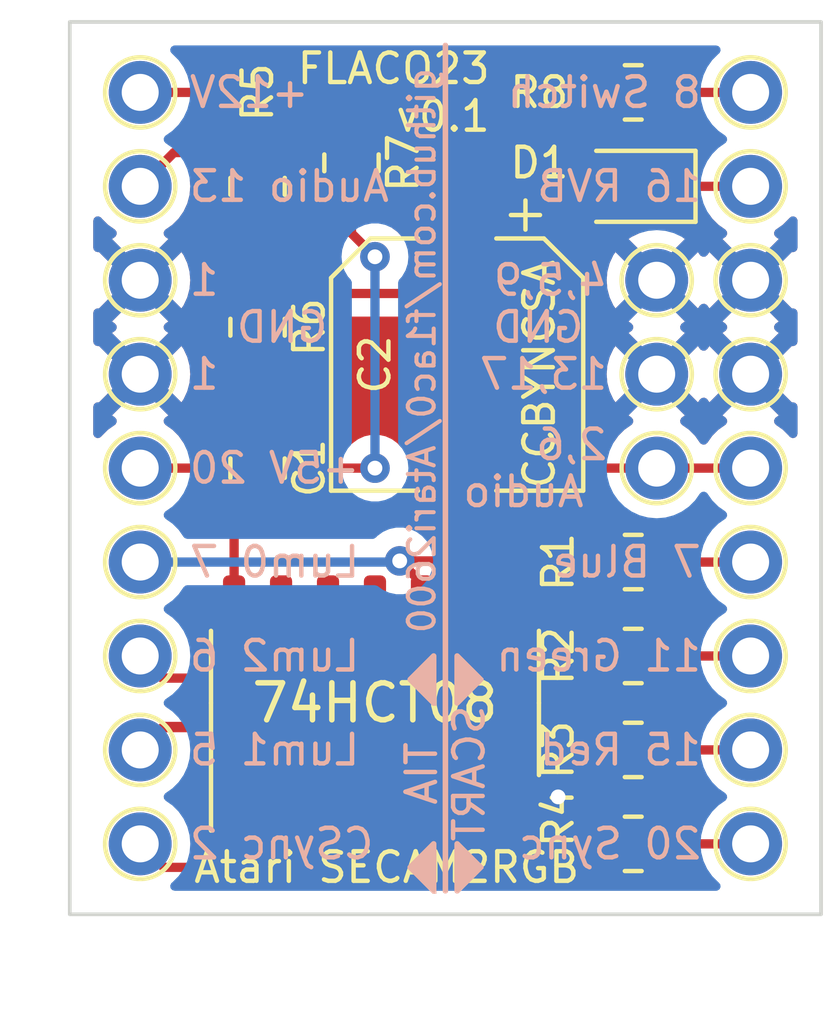
<source format=kicad_pcb>
(kicad_pcb (version 20221018) (generator pcbnew)
  (title_block (title "Atari 2600 SECAM to RGB") (date "2023-11-05") (rev "0.1") (company "FLACO 2023, CC-BY-NC-SA") (comment 1 "Version personnelle CMS de http://eddystoys.blogspot.com/2014/08/atari-2600.html"))
  (layers (0 "F.Cu" signal) (31 "B.Cu" signal) (34 "B.Paste" user) (35 "F.Paste" user) (36 "B.SilkS" user "B.Silkscreen") (37 "F.SilkS" user "F.Silkscreen") (38 "B.Mask" user) (39 "F.Mask" user) (44 "Edge.Cuts" user))
  (net 0 "")
  (net 1 "+5V")
  (net 2 "GND")
  (net 3 "Net-(C2-Pad1)")
  (net 4 "/Audio")
  (net 5 "/RVB")
  (net 6 "Net-(R1-Pad1)")
  (net 7 "/Blue")
  (net 8 "Net-(R2-Pad1)")
  (net 9 "/Green")
  (net 10 "Net-(R3-Pad1)")
  (net 11 "/Red")
  (net 12 "Net-(R4-Pad1)")
  (net 13 "/Sync")
  (net 14 "/TIA_Audio")
  (net 15 "+12V")
  (net 16 "/TIA_Lum0")
  (net 17 "/TIA_Lum1")
  (net 18 "/TIA_CSync")
  (net 19 "/TIA_Lum2")
  (net 20 "Net-(R8-Pad2)")
  (footprint "Sassa:TestPoint_THTPad_D1.7mm_Drill1.0mm" (layer "F.Cu") (at 159.385 81.28)
    (fp_text reference "TP12" hide)
    (fp_text value "TIA_Green")
    (fp_circle (center 0 0) (end 0 0.95) (stroke (width 0.12)) (fill none) (layer "F.SilkS"))
    (pad "1" thru_hole circle (at 0 0) (size 1.7 1.7) (drill 1) (layers "*.Cu" "*.Mask") (net 19 "/TIA_Lum2"))
  )
  (footprint "Sassa:TestPoint_THTPad_D1.7mm_Drill1.0mm" (layer "F.Cu") (at 159.385 66.04)
    (fp_text reference "TP17" hide)
    (fp_text value "12V")
    (fp_circle (center 0 0) (end 0 0.95) (stroke (width 0.12)) (fill none) (layer "F.SilkS"))
    (pad "1" thru_hole circle (at 0 0) (size 1.7 1.7) (drill 1) (layers "*.Cu" "*.Mask") (net 15 "+12V"))
  )
  (footprint "Sassa:TestPoint_THTPad_D1.7mm_Drill1.0mm" (layer "F.Cu") (at 175.895 83.82)
    (fp_text reference "TP3" hide)
    (fp_text value "Red")
    (fp_circle (center 0 0) (end 0 0.95) (stroke (width 0.12)) (fill none) (layer "F.SilkS"))
    (pad "1" thru_hole circle (at 0 0) (size 1.7 1.7) (drill 1) (layers "*.Cu" "*.Mask") (net 11 "/Red"))
  )
  (footprint "Resistor_SMD:R_0805_2012Metric" (layer "F.Cu") (at 162.56 68.58 -90)
    (fp_text reference "R5" (at -2.54 0 90 unlocked) (layer "F.SilkS") (effects (font (size 0.8 0.8) (thickness 0.12))))
    (fp_text value "1k")
    (fp_line (start -0.227064 -0.735) (end 0.227064 -0.735) (stroke (width 0.12)) (layer "F.SilkS"))
    (fp_line (start -0.227064 0.735) (end 0.227064 0.735) (stroke (width 0.12)) (layer "F.SilkS"))
    (pad "1" smd roundrect (at -0.9125 0 270) (size 1.025 1.4) (layers "F.Cu" "F.Paste" "F.Mask") (roundrect_rratio 0.243902) (net 14 "/TIA_Audio"))
    (pad "2" smd roundrect (at 0.9125 0 270) (size 1.025 1.4) (layers "F.Cu" "F.Paste" "F.Mask") (roundrect_rratio 0.243902) (net 3 "Net-(C2-Pad1)"))
  )
  (footprint "Resistor_SMD:R_0805_2012Metric" (layer "F.Cu") (at 165.1 67.945 90)
    (fp_text reference "R7" (at 0 1.397 90 unlocked) (layer "F.SilkS") (effects (font (size 0.8 0.8) (thickness 0.12))))
    (fp_text value "470")
    (fp_line (start -0.227064 -0.735) (end 0.227064 -0.735) (stroke (width 0.12)) (layer "F.SilkS"))
    (fp_line (start -0.227064 0.735) (end 0.227064 0.735) (stroke (width 0.12)) (layer "F.SilkS"))
    (pad "1" smd roundrect (at -0.9125 0 90) (size 1.025 1.4) (layers "F.Cu" "F.Paste" "F.Mask") (roundrect_rratio 0.243902) (net 1 "+5V"))
    (pad "2" smd roundrect (at 0.9125 0 90) (size 1.025 1.4) (layers "F.Cu" "F.Paste" "F.Mask") (roundrect_rratio 0.243902) (net 5 "/RVB"))
  )
  (footprint "Sassa:TestPoint_THTPad_D1.7mm_Drill1.0mm" (layer "F.Cu") (at 159.385 71.12)
    (fp_text reference "TP18" hide)
    (fp_text value "GND")
    (fp_circle (center 0 0) (end 0 0.95) (stroke (width 0.12)) (fill none) (layer "F.SilkS"))
    (pad "1" thru_hole circle (at 0 0) (size 1.7 1.7) (drill 1) (layers "*.Cu" "*.Mask") (net 2 "GND"))
  )
  (footprint "Resistor_SMD:R_0805_2012Metric" (layer "F.Cu") (at 162.56 72.39 90)
    (fp_text reference "R6" (at 0 1.397 90 unlocked) (layer "F.SilkS") (effects (font (size 0.8 0.8) (thickness 0.12))))
    (fp_text value "1k")
    (fp_line (start -0.227064 -0.735) (end 0.227064 -0.735) (stroke (width 0.12)) (layer "F.SilkS"))
    (fp_line (start -0.227064 0.735) (end 0.227064 0.735) (stroke (width 0.12)) (layer "F.SilkS"))
    (pad "1" smd roundrect (at -0.9125 0 90) (size 1.025 1.4) (layers "F.Cu" "F.Paste" "F.Mask") (roundrect_rratio 0.243902) (net 2 "GND"))
    (pad "2" smd roundrect (at 0.9125 0 90) (size 1.025 1.4) (layers "F.Cu" "F.Paste" "F.Mask") (roundrect_rratio 0.243902) (net 3 "Net-(C2-Pad1)"))
  )
  (footprint "Resistor_SMD:R_0805_2012Metric" (layer "F.Cu") (at 172.72 86.36)
    (fp_text reference "R4" (at -2.032 -0.6985 90 unlocked) (layer "F.SilkS") (effects (font (size 0.8 0.8) (thickness 0.12))))
    (fp_text value "470")
    (fp_line (start -0.227064 -0.735) (end 0.227064 -0.735) (stroke (width 0.12)) (layer "F.SilkS"))
    (fp_line (start -0.227064 0.735) (end 0.227064 0.735) (stroke (width 0.12)) (layer "F.SilkS"))
    (pad "1" smd roundrect (at -0.9125 0) (size 1.025 1.4) (layers "F.Cu" "F.Paste" "F.Mask") (roundrect_rratio 0.243902) (net 12 "Net-(R4-Pad1)"))
    (pad "2" smd roundrect (at 0.9125 0) (size 1.025 1.4) (layers "F.Cu" "F.Paste" "F.Mask") (roundrect_rratio 0.243902) (net 13 "/Sync"))
  )
  (footprint "Sassa:TestPoint_THTPad_D1.7mm_Drill1.0mm" (layer "F.Cu") (at 159.385 83.82)
    (fp_text reference "TP13" hide)
    (fp_text value "TIA_Red")
    (fp_circle (center 0 0) (end 0 0.95) (stroke (width 0.12)) (fill none) (layer "F.SilkS"))
    (pad "1" thru_hole circle (at 0 0) (size 1.7 1.7) (drill 1) (layers "*.Cu" "*.Mask") (net 17 "/TIA_Lum1"))
  )
  (footprint "Sassa:TestPoint_THTPad_D1.7mm_Drill1.0mm" (layer "F.Cu") (at 159.385 76.2)
    (fp_text reference "TP16" hide)
    (fp_text value "5V")
    (fp_circle (center 0 0) (end 0 0.95) (stroke (width 0.12)) (fill none) (layer "F.SilkS"))
    (pad "1" thru_hole circle (at 0 0) (size 1.7 1.7) (drill 1) (layers "*.Cu" "*.Mask") (net 1 "+5V"))
  )
  (footprint "Sassa:TestPoint_THTPad_D1.7mm_Drill1.0mm" (layer "F.Cu") (at 159.385 68.58)
    (fp_text reference "TP15" hide)
    (fp_text value "TIA_Audio")
    (fp_circle (center 0 0) (end 0 0.95) (stroke (width 0.12)) (fill none) (layer "F.SilkS"))
    (pad "1" thru_hole circle (at 0 0) (size 1.7 1.7) (drill 1) (layers "*.Cu" "*.Mask") (net 14 "/TIA_Audio"))
  )
  (footprint "Sassa:TestPoint_THTPad_D1.7mm_Drill1.0mm" (layer "F.Cu") (at 159.385 78.74)
    (fp_text reference "TP11" hide)
    (fp_text value "TIA_Blue")
    (fp_circle (center 0 0) (end 0 0.95) (stroke (width 0.12)) (fill none) (layer "F.SilkS"))
    (pad "1" thru_hole circle (at 0 0) (size 1.7 1.7) (drill 1) (layers "*.Cu" "*.Mask") (net 16 "/TIA_Lum0"))
  )
  (footprint "Capacitor_SMD:C_0805_2012Metric" (layer "F.Cu") (at 162.56 76.2 90)
    (fp_text reference "C1" (at 0 1.397 90 unlocked) (layer "F.SilkS") (effects (font (size 0.8 0.8) (thickness 0.12))))
    (fp_text value "100nF")
    (fp_line (start -0.261252 -0.735) (end 0.261252 -0.735) (stroke (width 0.12)) (layer "F.SilkS"))
    (fp_line (start -0.261252 0.735) (end 0.261252 0.735) (stroke (width 0.12)) (layer "F.SilkS"))
    (pad "1" smd roundrect (at -0.95 0 90) (size 1 1.45) (layers "F.Cu" "F.Paste" "F.Mask") (net 1 "+5V"))
    (pad "2" smd roundrect (at 0.95 0 90) (size 1 1.45) (layers "F.Cu" "F.Paste" "F.Mask") (net 2 "GND"))
  )
  (footprint "Sassa:TestPoint_THTPad_D1.7mm_Drill1.0mm" (layer "F.Cu") (at 159.385 86.36)
    (fp_text reference "TP14" hide)
    (fp_text value "TIA_CSync")
    (fp_circle (center 0 0) (end 0 0.95) (stroke (width 0.12)) (fill none) (layer "F.SilkS"))
    (pad "1" thru_hole circle (at 0 0) (size 1.7 1.7) (drill 1) (layers "*.Cu" "*.Mask") (net 18 "/TIA_CSync"))
  )
  (footprint "Sassa:TestPoint_THTPad_D1.7mm_Drill1.0mm" (layer "F.Cu") (at 173.355 71.12)
    (fp_text reference "TP10" hide)
    (fp_text value "GND")
    (fp_circle (center 0 0) (end 0 0.95) (stroke (width 0.12)) (fill none) (layer "F.SilkS"))
    (pad "1" thru_hole circle (at 0 0) (size 1.7 1.7) (drill 1) (layers "*.Cu" "*.Mask") (net 2 "GND"))
  )
  (footprint "Sassa:TestPoint_THTPad_D1.7mm_Drill1.0mm" (layer "F.Cu") (at 175.895 76.2)
    (fp_text reference "TP5" hide)
    (fp_text value "Audio")
    (fp_circle (center 0 0) (end 0 0.95) (stroke (width 0.12)) (fill none) (layer "F.SilkS"))
    (pad "1" thru_hole circle (at 0 0) (size 1.7 1.7) (drill 1) (layers "*.Cu" "*.Mask") (net 4 "/Audio"))
  )
  (footprint "Sassa:TestPoint_THTPad_D1.7mm_Drill1.0mm" (layer "F.Cu") (at 173.355 76.2)
    (fp_text reference "TP6" hide)
    (fp_text value "Audio")
    (fp_circle (center 0 0) (end 0 0.95) (stroke (width 0.12)) (fill none) (layer "F.SilkS"))
    (pad "1" thru_hole circle (at 0 0) (size 1.7 1.7) (drill 1) (layers "*.Cu" "*.Mask") (net 4 "/Audio"))
  )
  (footprint "Sassa:TestPoint_THTPad_D1.7mm_Drill1.0mm" (layer "F.Cu") (at 175.895 66.04)
    (fp_text reference "TP8" hide)
    (fp_text value "CL")
    (fp_circle (center 0 0) (end 0 0.95) (stroke (width 0.12)) (fill none) (layer "F.SilkS"))
    (pad "1" thru_hole circle (at 0 0) (size 1.7 1.7) (drill 1) (layers "*.Cu" "*.Mask") (net 20 "Net-(R8-Pad2)"))
  )
  (footprint "Capacitor_SMD:CP_Elec_6.3x5.4" (layer "F.Cu") (at 167.9575 73.4 -90)
    (fp_text reference "C2" (at 0 2.2225 90 unlocked) (layer "F.SilkS") (effects (font (size 0.8 0.8) (thickness 0.12))))
    (fp_text value "47uF 6.3V")
    (fp_line (start -4.4375 -1.8475) (end -3.65 -1.8475) (stroke (width 0.12)) (layer "F.SilkS"))
    (fp_line (start -4.04375 -2.24125) (end -4.04375 -1.45375) (stroke (width 0.12)) (layer "F.SilkS"))
    (fp_line (start -3.41 -2.345563) (end -3.41 -1.06) (stroke (width 0.12)) (layer "F.SilkS"))
    (fp_line (start -3.41 -2.345563) (end -2.345563 -3.41) (stroke (width 0.12)) (layer "F.SilkS"))
    (fp_line (start -3.41 2.345563) (end -3.41 1.06) (stroke (width 0.12)) (layer "F.SilkS"))
    (fp_line (start -3.41 2.345563) (end -2.345563 3.41) (stroke (width 0.12)) (layer "F.SilkS"))
    (fp_line (start -2.345563 -3.41) (end 3.41 -3.41) (stroke (width 0.12)) (layer "F.SilkS"))
    (fp_line (start -2.345563 3.41) (end 3.41 3.41) (stroke (width 0.12)) (layer "F.SilkS"))
    (fp_line (start 3.41 -3.41) (end 3.41 -1.06) (stroke (width 0.12)) (layer "F.SilkS"))
    (fp_line (start 3.41 3.41) (end 3.41 1.06) (stroke (width 0.12)) (layer "F.SilkS"))
    (pad "1" smd roundrect (at -2.8 0 270) (size 3.5 1.6) (layers "F.Cu" "F.Paste" "F.Mask") (roundrect_rratio 0.15625) (net 3 "Net-(C2-Pad1)"))
    (pad "2" smd roundrect (at 2.8 0 270) (size 3.5 1.6) (layers "F.Cu" "F.Paste" "F.Mask") (roundrect_rratio 0.15625) (net 4 "/Audio"))
  )
  (footprint "Resistor_SMD:R_0805_2012Metric" (layer "F.Cu") (at 172.72 83.82)
    (fp_text reference "R3" (at -2.032 0 90 unlocked) (layer "F.SilkS") (effects (font (size 0.8 0.8) (thickness 0.12))))
    (fp_text value "470")
    (fp_line (start -0.227064 -0.735) (end 0.227064 -0.735) (stroke (width 0.12)) (layer "F.SilkS"))
    (fp_line (start -0.227064 0.735) (end 0.227064 0.735) (stroke (width 0.12)) (layer "F.SilkS"))
    (pad "1" smd roundrect (at -0.9125 0) (size 1.025 1.4) (layers "F.Cu" "F.Paste" "F.Mask") (roundrect_rratio 0.243902) (net 10 "Net-(R3-Pad1)"))
    (pad "2" smd roundrect (at 0.9125 0) (size 1.025 1.4) (layers "F.Cu" "F.Paste" "F.Mask") (roundrect_rratio 0.243902) (net 11 "/Red"))
  )
  (footprint "Sassa:TestPoint_THTPad_D1.7mm_Drill1.0mm" (layer "F.Cu") (at 175.895 71.12)
    (fp_text reference "TP9" hide)
    (fp_text value "GND")
    (fp_circle (center 0 0) (end 0 0.95) (stroke (width 0.12)) (fill none) (layer "F.SilkS"))
    (pad "1" thru_hole circle (at 0 0) (size 1.7 1.7) (drill 1) (layers "*.Cu" "*.Mask") (net 2 "GND"))
  )
  (footprint "Sassa:TestPoint_THTPad_D1.7mm_Drill1.0mm" (layer "F.Cu") (at 175.895 86.36)
    (fp_text reference "TP4" hide)
    (fp_text value "Sync")
    (fp_circle (center 0 0) (end 0 0.95) (stroke (width 0.12)) (fill none) (layer "F.SilkS"))
    (pad "1" thru_hole circle (at 0 0) (size 1.7 1.7) (drill 1) (layers "*.Cu" "*.Mask") (net 13 "/Sync"))
  )
  (footprint "Sassa:TestPoint_THTPad_D1.7mm_Drill1.0mm" (layer "F.Cu") (at 175.895 81.28)
    (fp_text reference "TP2" hide)
    (fp_text value "Green")
    (fp_circle (center 0 0) (end 0 0.95) (stroke (width 0.12)) (fill none) (layer "F.SilkS"))
    (pad "1" thru_hole circle (at 0 0) (size 1.7 1.7) (drill 1) (layers "*.Cu" "*.Mask") (net 9 "/Green"))
  )
  (footprint "Sassa:TestPoint_THTPad_D1.7mm_Drill1.0mm" (layer "F.Cu") (at 175.895 68.58)
    (fp_text reference "TP7" hide)
    (fp_text value "CR")
    (fp_circle (center 0 0) (end 0 0.95) (stroke (width 0.12)) (fill none) (layer "F.SilkS"))
    (pad "1" thru_hole circle (at 0 0) (size 1.7 1.7) (drill 1) (layers "*.Cu" "*.Mask") (net 5 "/RVB"))
  )
  (footprint "Sassa:TestPoint_THTPad_D1.7mm_Drill1.0mm" (layer "F.Cu") (at 175.895 73.66)
    (fp_text reference "TP20" hide)
    (fp_text value "GND")
    (fp_circle (center 0 0) (end 0 0.95) (stroke (width 0.12)) (fill none) (layer "F.SilkS"))
    (pad "1" thru_hole circle (at 0 0) (size 1.7 1.7) (drill 1) (layers "*.Cu" "*.Mask") (net 2 "GND"))
  )
  (footprint "Sassa:TestPoint_THTPad_D1.7mm_Drill1.0mm" (layer "F.Cu") (at 159.385 73.66)
    (fp_text reference "TP19" hide)
    (fp_text value "GND")
    (fp_circle (center 0 0) (end 0 0.95) (stroke (width 0.12)) (fill none) (layer "F.SilkS"))
    (pad "1" thru_hole circle (at 0 0) (size 1.7 1.7) (drill 1) (layers "*.Cu" "*.Mask") (net 2 "GND"))
  )
  (footprint "Resistor_SMD:R_0805_2012Metric" (layer "F.Cu") (at 172.72 78.74)
    (fp_text reference "R1" (at -2.032 0 90 unlocked) (layer "F.SilkS") (effects (font (size 0.8 0.8) (thickness 0.12))))
    (fp_text value "470")
    (fp_line (start -0.227064 -0.735) (end 0.227064 -0.735) (stroke (width 0.12)) (layer "F.SilkS"))
    (fp_line (start -0.227064 0.735) (end 0.227064 0.735) (stroke (width 0.12)) (layer "F.SilkS"))
    (pad "1" smd roundrect (at -0.9125 0) (size 1.025 1.4) (layers "F.Cu" "F.Paste" "F.Mask") (roundrect_rratio 0.243902) (net 6 "Net-(R1-Pad1)"))
    (pad "2" smd roundrect (at 0.9125 0) (size 1.025 1.4) (layers "F.Cu" "F.Paste" "F.Mask") (roundrect_rratio 0.243902) (net 7 "/Blue"))
  )
  (footprint "Resistor_SMD:R_0805_2012Metric" (layer "F.Cu") (at 172.72 66.04)
    (fp_text reference "R8" (at -2.54 0 unlocked) (layer "F.SilkS") (effects (font (size 0.8 0.8) (thickness 0.12))))
    (fp_text value "200")
    (fp_line (start -0.227064 -0.735) (end 0.227064 -0.735) (stroke (width 0.12)) (layer "F.SilkS"))
    (fp_line (start -0.227064 0.735) (end 0.227064 0.735) (stroke (width 0.12)) (layer "F.SilkS"))
    (pad "1" smd roundrect (at -0.9125 0) (size 1.025 1.4) (layers "F.Cu" "F.Paste" "F.Mask") (roundrect_rratio 0.243902) (net 15 "+12V"))
    (pad "2" smd roundrect (at 0.9125 0) (size 1.025 1.4) (layers "F.Cu" "F.Paste" "F.Mask") (roundrect_rratio 0.243902) (net 20 "Net-(R8-Pad2)"))
  )
  (footprint "Diode_SMD:D_0805_2012Metric" (layer "F.Cu") (at 172.72 68.58 180)
    (fp_text reference "D1" (at 2.54 0.635 unlocked) (layer "F.SilkS") (effects (font (size 0.8 0.8) (thickness 0.12))))
    (fp_text value "Zener 2.7V")
    (fp_line (start -1.685 -0.96) (end -1.685 0.96) (stroke (width 0.12)) (layer "F.SilkS"))
    (fp_line (start -1.685 0.96) (end 1 0.96) (stroke (width 0.12)) (layer "F.SilkS"))
    (fp_line (start 1 -0.96) (end -1.685 -0.96) (stroke (width 0.12)) (layer "F.SilkS"))
    (pad "1" smd roundrect (at -0.9375 0 180) (size 0.975 1.4) (layers "F.Cu" "F.Paste" "F.Mask") (net 5 "/RVB"))
    (pad "2" smd roundrect (at 0.9375 0 180) (size 0.975 1.4) (layers "F.Cu" "F.Paste" "F.Mask") (net 2 "GND"))
  )
  (footprint "Package_SO:SO-14_3.9x8.65mm_P1.27mm" (layer "F.Cu") (at 165.735 82.55 90)
    (fp_text reference "U1" hide)
    (fp_text value "74HCT08")
    (fp_line (start 0 -4.435) (end -3.45 -4.435) (stroke (width 0.12)) (layer "F.SilkS"))
    (fp_line (start 0 -4.435) (end 1.95 -4.435) (stroke (width 0.12)) (layer "F.SilkS"))
    (fp_line (start 0 4.435) (end -1.95 4.435) (stroke (width 0.12)) (layer "F.SilkS"))
    (fp_line (start 0 4.435) (end 1.95 4.435) (stroke (width 0.12)) (layer "F.SilkS"))
    (pad "1" smd roundrect (at -2.475 -3.81 90) (size 1.95 0.6) (layers "F.Cu" "F.Paste" "F.Mask") (net 17 "/TIA_Lum1"))
    (pad "2" smd roundrect (at -2.475 -2.54 90) (size 1.95 0.6) (layers "F.Cu" "F.Paste" "F.Mask") (net 17 "/TIA_Lum1"))
    (pad "3" smd roundrect (at -2.475 -1.27 90) (size 1.95 0.6) (layers "F.Cu" "F.Paste" "F.Mask") (net 10 "Net-(R3-Pad1)"))
    (pad "4" smd roundrect (at -2.475 0 90) (size 1.95 0.6) (layers "F.Cu" "F.Paste" "F.Mask") (net 18 "/TIA_CSync"))
    (pad "5" smd roundrect (at -2.475 1.27 90) (size 1.95 0.6) (layers "F.Cu" "F.Paste" "F.Mask") (net 18 "/TIA_CSync"))
    (pad "6" smd roundrect (at -2.475 2.54 90) (size 1.95 0.6) (layers "F.Cu" "F.Paste" "F.Mask") (net 12 "Net-(R4-Pad1)"))
    (pad "7" smd roundrect (at -2.475 3.81 90) (size 1.95 0.6) (layers "F.Cu" "F.Paste" "F.Mask") (net 2 "GND"))
    (pad "8" smd roundrect (at 2.475 3.81 90) (size 1.95 0.6) (layers "F.Cu" "F.Paste" "F.Mask") (net 6 "Net-(R1-Pad1)"))
    (pad "9" smd roundrect (at 2.475 2.54 90) (size 1.95 0.6) (layers "F.Cu" "F.Paste" "F.Mask") (net 16 "/TIA_Lum0"))
    (pad "10" smd roundrect (at 2.475 1.27 90) (size 1.95 0.6) (layers "F.Cu" "F.Paste" "F.Mask") (net 16 "/TIA_Lum0"))
    (pad "11" smd roundrect (at 2.475 0 90) (size 1.95 0.6) (layers "F.Cu" "F.Paste" "F.Mask") (net 8 "Net-(R2-Pad1)"))
    (pad "12" smd roundrect (at 2.475 -1.27 90) (size 1.95 0.6) (layers "F.Cu" "F.Paste" "F.Mask") (net 19 "/TIA_Lum2"))
    (pad "13" smd roundrect (at 2.475 -2.54 90) (size 1.95 0.6) (layers "F.Cu" "F.Paste" "F.Mask") (net 19 "/TIA_Lum2"))
    (pad "14" smd roundrect (at 2.475 -3.81 90) (size 1.95 0.6) (layers "F.Cu" "F.Paste" "F.Mask") (net 1 "+5V"))
  )
  (footprint "Sassa:TestPoint_THTPad_D1.7mm_Drill1.0mm" (layer "F.Cu") (at 173.355 73.66)
    (fp_text reference "TP21" hide)
    (fp_text value "GND")
    (fp_circle (center 0 0) (end 0 0.95) (stroke (width 0.12)) (fill none) (layer "F.SilkS"))
    (pad "1" thru_hole circle (at 0 0) (size 1.7 1.7) (drill 1) (layers "*.Cu" "*.Mask") (net 2 "GND"))
  )
  (footprint "Resistor_SMD:R_0805_2012Metric" (layer "F.Cu") (at 172.72 81.28)
    (fp_text reference "R2" (at -2.032 0 90 unlocked) (layer "F.SilkS") (effects (font (size 0.8 0.8) (thickness 0.12))))
    (fp_text value "470")
    (fp_line (start -0.227064 -0.735) (end 0.227064 -0.735) (stroke (width 0.12)) (layer "F.SilkS"))
    (fp_line (start -0.227064 0.735) (end 0.227064 0.735) (stroke (width 0.12)) (layer "F.SilkS"))
    (pad "1" smd roundrect (at -0.9125 0) (size 1.025 1.4) (layers "F.Cu" "F.Paste" "F.Mask") (roundrect_rratio 0.243902) (net 8 "Net-(R2-Pad1)"))
    (pad "2" smd roundrect (at 0.9125 0) (size 1.025 1.4) (layers "F.Cu" "F.Paste" "F.Mask") (roundrect_rratio 0.243902) (net 9 "/Green"))
  )
  (footprint "Sassa:TestPoint_THTPad_D1.7mm_Drill1.0mm" (layer "F.Cu") (at 175.895 78.74)
    (fp_text reference "TP1" hide)
    (fp_text value "Blue")
    (fp_circle (center 0 0) (end 0 0.95) (stroke (width 0.12)) (fill none) (layer "F.SilkS"))
    (pad "1" thru_hole circle (at 0 0) (size 1.7 1.7) (drill 1) (layers "*.Cu" "*.Mask") (net 7 "/Blue"))
  )
  (gr_poly (pts (xy 167.3225 82.55) (xy 166.6875 81.915) (xy 167.3225 81.28)) (stroke (width 0.15)) (fill solid) (layer "B.SilkS"))
  (gr_poly (pts (xy 168.5925 81.915) (xy 167.9575 81.28) (xy 167.9575 82.55)) (stroke (width 0.15)) (fill solid) (layer "B.SilkS"))
  (gr_poly (pts (xy 167.3225 86.36) (xy 167.3225 87.63) (xy 166.6875 86.995)) (stroke (width 0.15)) (fill solid) (layer "B.SilkS"))
  (gr_line (start 167.64 87.63) (end 167.64 64.77) (stroke (width 0.15)) (layer "B.SilkS"))
  (gr_poly (pts (xy 167.9575 86.36) (xy 167.9575 87.63) (xy 168.5925 86.995)) (stroke (width 0.15)) (fill solid) (layer "B.SilkS"))
  (gr_rect (start 157.48 64.135) (end 177.8 88.265) (stroke (width 0.1)) (fill none) (layer "Edge.Cuts"))
  (gr_text "Audio 13" (at 160.655 68.58) (layer "B.SilkS") (effects (font (size 0.8 0.8) (thickness 0.12)) (justify right mirror)))
  (gr_text "+12V" (at 160.655 66.04) (layer "B.SilkS") (effects (font (size 0.8 0.8) (thickness 0.12)) (justify right mirror)))
  (gr_text "GND" (at 171.45 72.39) (layer "B.SilkS") (effects (font (size 0.8 0.8) (thickness 0.12)) (justify left mirror)))
  (gr_text "16 RVB" (at 174.625 68.58) (layer "B.SilkS") (effects (font (size 0.8 0.8) (thickness 0.12)) (justify left mirror)))
  (gr_text "TIA\nSCART" (at 167.64 84.455 90) (layer "B.SilkS") (effects (font (size 0.8 0.8) (thickness 0.12)) (justify mirror)))
  (gr_text "Lum0 7" (at 160.655 78.74) (layer "B.SilkS") (effects (font (size 0.8 0.8) (thickness 0.12)) (justify right mirror)))
  (gr_text "15 Red" (at 174.625 83.82) (layer "B.SilkS") (effects (font (size 0.8 0.8) (thickness 0.12)) (justify left mirror)))
  (gr_text "github.com/f1ac0/Atari2600" (at 167.005 73.025 90) (layer "B.SilkS") (effects (font (size 0.7 0.7) (thickness 0.11)) (justify mirror)))
  (gr_text "+5V 20" (at 160.655 76.2) (layer "B.SilkS") (effects (font (size 0.8 0.8) (thickness 0.12)) (justify right mirror)))
  (gr_text "4,5,9" (at 172.085 71.12) (layer "B.SilkS") (effects (font (size 0.8 0.8) (thickness 0.12)) (justify left mirror)))
  (gr_text "20 Sync" (at 174.625 86.36) (layer "B.SilkS") (effects (font (size 0.8 0.8) (thickness 0.12)) (justify left mirror)))
  (gr_text "Lum2 6" (at 160.655 81.28) (layer "B.SilkS") (effects (font (size 0.8 0.8) (thickness 0.12)) (justify right mirror)))
  (gr_text "1" (at 160.655 73.66) (layer "B.SilkS") (effects (font (size 0.8 0.8) (thickness 0.12)) (justify right mirror)))
  (gr_text "11 Green" (at 174.625 81.28) (layer "B.SilkS") (effects (font (size 0.8 0.8) (thickness 0.12)) (justify left mirror)))
  (gr_text "2,6" (at 172.085 75.565) (layer "B.SilkS") (effects (font (size 0.8 0.8) (thickness 0.12)) (justify left mirror)))
  (gr_text "7 Blue" (at 174.625 78.74) (layer "B.SilkS") (effects (font (size 0.8 0.8) (thickness 0.12)) (justify left mirror)))
  (gr_text "CSync 2" (at 160.655 86.36) (layer "B.SilkS") (effects (font (size 0.8 0.8) (thickness 0.12)) (justify right mirror)))
  (gr_text "Audio" (at 171.45 76.835) (layer "B.SilkS") (effects (font (size 0.8 0.8) (thickness 0.12)) (justify left mirror)))
  (gr_text "GND" (at 161.925 72.39) (layer "B.SilkS") (effects (font (size 0.8 0.8) (thickness 0.12)) (justify right mirror)))
  (gr_text "Lum1 5" (at 160.655 83.82) (layer "B.SilkS") (effects (font (size 0.8 0.8) (thickness 0.12)) (justify right mirror)))
  (gr_text "1" (at 160.655 71.12) (layer "B.SilkS") (effects (font (size 0.8 0.8) (thickness 0.12)) (justify right mirror)))
  (gr_text "8 Switch" (at 174.625 66.04) (layer "B.SilkS") (effects (font (size 0.8 0.8) (thickness 0.12)) (justify left mirror)))
  (gr_text "13,17" (at 172.085 73.66) (layer "B.SilkS") (effects (font (size 0.8 0.8) (thickness 0.12)) (justify left mirror)))
  (gr_text "FLACO23\nv0.1" (at 168.91 66.04) (layer "F.SilkS") (effects (font (size 0.8 0.8) (thickness 0.12)) (justify right)))
  (gr_text "Atari SECAM2RGB" (at 166.0525 86.995) (layer "F.SilkS") (effects (font (size 0.8 0.8) (thickness 0.12))))
  (gr_text "CCBYNCSA" (at 170.18 73.66 90) (layer "F.SilkS") (effects (font (size 0.8 0.8) (thickness 0.12))))
  (gr_text "74HCT08" (at 165.735 82.55) (layer "F.SilkS") (effects (font (size 1 1))))
  (segment (start 161.61 76.2) (end 162.56 77.15) (width 0.25) (layer "F.Cu") (net 1))
  (segment (start 161.61 76.2) (end 165.735 76.2) (width 0.25) (layer "F.Cu") (net 1))
  (segment (start 161.925 80.075) (end 161.925 77.785) (width 0.25) (layer "F.Cu") (net 1))
  (segment (start 161.925 77.785) (end 162.56 77.15) (width 0.25) (layer "F.Cu") (net 1))
  (segment (start 159.385 76.2) (end 161.61 76.2) (width 0.25) (layer "F.Cu") (net 1))
  (segment (start 165.1 69.85) (end 165.1 68.8575) (width 0.25) (layer "F.Cu") (net 1))
  (segment (start 165.735 70.485) (end 165.1 69.85) (width 0.25) (layer "F.Cu") (net 1))
  (via (at 165.735 76.2) (size 0.8) (drill 0.4) (layers "F.Cu" "B.Cu") (net 1))
  (via (at 165.735 70.485) (size 0.8) (drill 0.4) (layers "F.Cu" "B.Cu") (net 1))
  (segment (start 165.735 76.2) (end 165.735 70.485) (width 0.25) (layer "B.Cu") (net 1))
  (segment (start 159.385 73.66) (end 160.528 72.517) (width 0.25) (layer "F.Cu") (net 2))
  (segment (start 160.528 72.517) (end 161.3135 73.3025) (width 0.25) (layer "F.Cu") (net 2))
  (segment (start 161.3135 73.3025) (end 162.56 73.3025) (width 0.25) (layer "F.Cu") (net 2))
  (segment (start 160.975 75.25) (end 162.56 75.25) (width 0.25) (layer "F.Cu") (net 2))
  (segment (start 159.385 73.66) (end 160.975 75.25) (width 0.25) (layer "F.Cu") (net 2))
  (via (at 170.688 85.09) (size 0.8) (drill 0.4) (layers "F.Cu" "B.Cu") (net 2))
  (segment (start 167.9575 71.4775) (end 167.9575 70.6) (width 0.25) (layer "F.Cu") (net 3))
  (segment (start 162.56 69.4925) (end 162.56 71.4775) (width 0.25) (layer "F.Cu") (net 3))
  (segment (start 162.56 71.4775) (end 167.9575 71.4775) (width 0.25) (layer "F.Cu") (net 3))
  (segment (start 173.355 76.2) (end 167.9 76.2) (width 0.25) (layer "F.Cu") (net 4))
  (segment (start 173.355 76.2) (end 175.895 76.2) (width 0.25) (layer "F.Cu") (net 4))
  (segment (start 165.3775 67.31) (end 172.3875 67.31) (width 0.25) (layer "F.Cu") (net 5))
  (segment (start 172.3875 67.31) (end 173.6575 68.58) (width 0.25) (layer "F.Cu") (net 5))
  (segment (start 165.1 67.0325) (end 165.3775 67.31) (width 0.25) (layer "F.Cu") (net 5))
  (segment (start 173.6575 68.58) (end 175.895 68.58) (width 0.25) (layer "F.Cu") (net 5))
  (segment (start 169.545 80.075) (end 169.545 79.375) (width 0.25) (layer "F.Cu") (net 6))
  (segment (start 170.18 78.74) (end 171.8075 78.74) (width 0.25) (layer "F.Cu") (net 6))
  (segment (start 169.545 79.375) (end 170.18 78.74) (width 0.25) (layer "F.Cu") (net 6))
  (segment (start 173.6325 78.74) (end 175.895 78.74) (width 0.25) (layer "F.Cu") (net 7))
  (segment (start 165.735 80.075) (end 165.735 81.28) (width 0.25) (layer "F.Cu") (net 8))
  (segment (start 166.37 81.915) (end 171.1725 81.915) (width 0.25) (layer "F.Cu") (net 8))
  (segment (start 165.735 81.28) (end 166.37 81.915) (width 0.25) (layer "F.Cu") (net 8))
  (segment (start 171.1725 81.915) (end 171.8075 81.28) (width 0.25) (layer "F.Cu") (net 8))
  (segment (start 173.6325 81.28) (end 175.895 81.28) (width 0.25) (layer "F.Cu") (net 9))
  (segment (start 164.465 83.82) (end 164.465 85.025) (width 0.25) (layer "F.Cu") (net 10))
  (segment (start 171.1725 83.185) (end 165.1 83.185) (width 0.25) (layer "F.Cu") (net 10))
  (segment (start 171.8075 83.82) (end 171.1725 83.185) (width 0.25) (layer "F.Cu") (net 10))
  (segment (start 165.1 83.185) (end 164.465 83.82) (width 0.25) (layer "F.Cu") (net 10))
  (segment (start 173.6325 83.82) (end 175.895 83.82) (width 0.25) (layer "F.Cu") (net 11))
  (segment (start 168.275 85.025) (end 168.275 86.36) (width 0.25) (layer "F.Cu") (net 12))
  (segment (start 168.275 86.36) (end 168.91 86.995) (width 0.25) (layer "F.Cu") (net 12))
  (segment (start 171.1725 86.995) (end 171.8075 86.36) (width 0.25) (layer "F.Cu") (net 12))
  (segment (start 168.91 86.995) (end 171.1725 86.995) (width 0.25) (layer "F.Cu") (net 12))
  (segment (start 173.6325 86.36) (end 175.895 86.36) (width 0.25) (layer "F.Cu") (net 13))
  (segment (start 160.2975 67.6675) (end 159.385 68.58) (width 0.25) (layer "F.Cu") (net 14))
  (segment (start 162.56 67.6675) (end 160.2975 67.6675) (width 0.25) (layer "F.Cu") (net 14))
  (segment (start 170.815 66.04) (end 159.385 66.04) (width 0.25) (layer "F.Cu") (net 15))
  (segment (start 171.8075 66.04) (end 170.815 66.04) (width 0.25) (layer "F.Cu") (net 15))
  (segment (start 168.275 80.075) (end 168.275 79.375) (width 0.25) (layer "F.Cu") (net 16))
  (segment (start 167.609076 78.709076) (end 166.403739 78.709076) (width 0.25) (layer "F.Cu") (net 16))
  (segment (start 167.005 80.075) (end 167.005 79.310337) (width 0.25) (layer "F.Cu") (net 16))
  (segment (start 168.275 79.375) (end 167.609076 78.709076) (width 0.25) (layer "F.Cu") (net 16))
  (segment (start 167.005 79.310337) (end 166.403739 78.709076) (width 0.25) (layer "F.Cu") (net 16))
  (via (at 166.403739 78.709076) (size 0.8) (drill 0.4) (layers "F.Cu" "B.Cu") (net 16))
  (segment (start 159.385 78.74) (end 166.372815 78.74) (width 0.25) (layer "B.Cu") (net 16))
  (segment (start 166.372815 78.74) (end 166.403739 78.709076) (width 0.25) (layer "B.Cu") (net 16))
  (segment (start 161.925 83.80375) (end 161.925 85.025) (width 0.25) (layer "F.Cu") (net 17))
  (segment (start 161.33875 83.2175) (end 161.925 83.80375) (width 0.25) (layer "F.Cu") (net 17))
  (segment (start 162.56 83.185) (end 163.195 83.82) (width 0.25) (layer "F.Cu") (net 17))
  (segment (start 159.385 83.82) (end 160.02 83.185) (width 0.25) (layer "F.Cu") (net 17))
  (segment (start 159.385 83.82) (end 159.9875 83.2175) (width 0.25) (layer "F.Cu") (net 17))
  (segment (start 163.195 83.82) (end 163.195 85.025) (width 0.25) (layer "F.Cu") (net 17))
  (segment (start 159.9875 83.2175) (end 161.33875 83.2175) (width 0.25) (layer "F.Cu") (net 17))
  (segment (start 160.02 83.185) (end 162.56 83.185) (width 0.25) (layer "F.Cu") (net 17))
  (segment (start 160.02 86.995) (end 166.37 86.995) (width 0.25) (layer "F.Cu") (net 18))
  (segment (start 159.385 86.36) (end 160.02 86.995) (width 0.25) (layer "F.Cu") (net 18))
  (segment (start 165.735 86.36) (end 165.735 85.025) (width 0.25) (layer "F.Cu") (net 18))
  (segment (start 166.37 86.995) (end 167.005 86.36) (width 0.25) (layer "F.Cu") (net 18))
  (segment (start 165.1 86.995) (end 165.735 86.36) (width 0.25) (layer "F.Cu") (net 18))
  (segment (start 167.005 86.36) (end 167.005 85.025) (width 0.25) (layer "F.Cu") (net 18))
  (segment (start 159.385 81.28) (end 159.983568 81.878568) (width 0.25) (layer "F.Cu") (net 19))
  (segment (start 163.866432 81.878568) (end 164.465 81.28) (width 0.25) (layer "F.Cu") (net 19))
  (segment (start 164.465 81.28) (end 164.465 80.075) (width 0.25) (layer "F.Cu") (net 19))
  (segment (start 163.195 81.261784) (end 163.195 80.075) (width 0.25) (layer "F.Cu") (net 19))
  (segment (start 159.983568 81.878568) (end 161.925 81.878568) (width 0.25) (layer "F.Cu") (net 19))
  (segment (start 161.925 81.878568) (end 163.866432 81.878568) (width 0.25) (layer "F.Cu") (net 19))
  (segment (start 162.578216 81.878568) (end 163.195 81.261784) (width 0.25) (layer "F.Cu") (net 19))
  (segment (start 161.925 81.878568) (end 162.578216 81.878568) (width 0.25) (layer "F.Cu") (net 19))
  (segment (start 173.6325 66.04) (end 175.895 66.04) (width 0.25) (layer "F.Cu") (net 20))
  (zone (net 2) (net_name "GND") (layers "F&B.Cu") (connect_pads (clearance 0.5)) (min_thickness 0.25) (fill yes (thermal_gap 0.5) (thermal_bridge_width 0.5))
    (polygon (pts (xy 158.115 64.77) (xy 177.165 64.77) (xy 177.165 87.63) (xy 158.115 87.63)))
  )
)
</source>
